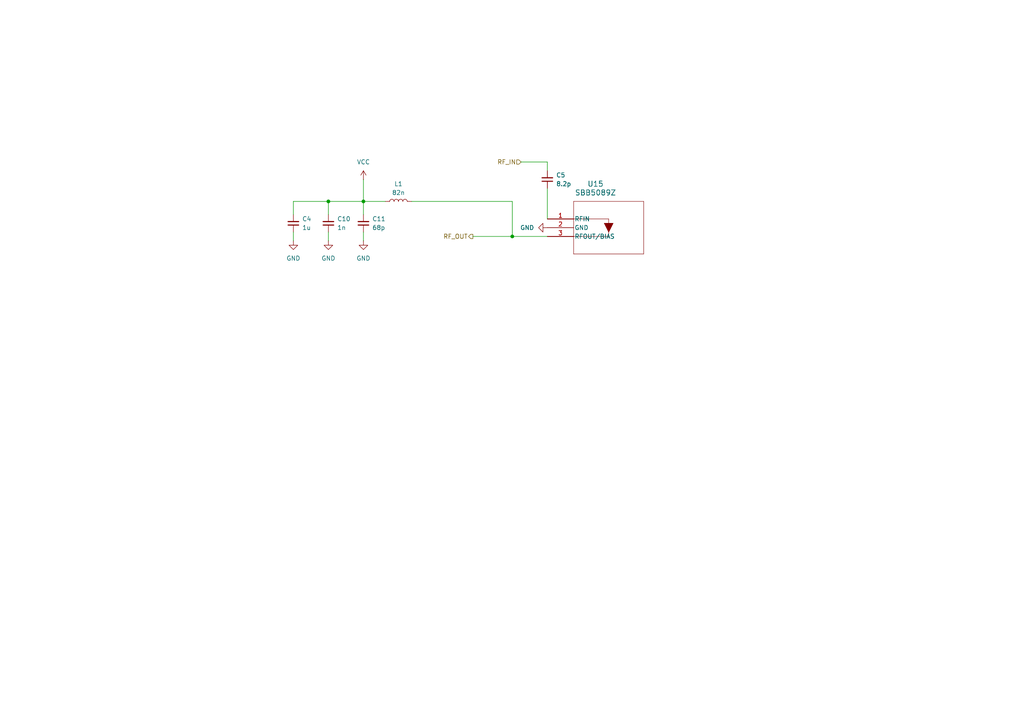
<source format=kicad_sch>
(kicad_sch (version 20250114) (generator "eeschema") (generator_version "9.0")
  (paper "A4")
  (lib_symbols
    (symbol "Device:C_Small" (pin_numbers (hide yes)) (pin_names (offset 0.254) (hide yes))
      (property "Reference" "C" (at 0.254 1.778 0))
      (property "Value" "C_Small" (at 0.254 -2.032 0))
      (symbol "C_Small_0_1"
        (polyline (pts (xy -1.524 0.508) (xy 1.524 0.508)) (stroke (width 0.3048)))
        (polyline (pts (xy -1.524 -0.508) (xy 1.524 -0.508)) (stroke (width 0.3302)))
      )
      (symbol "C_Small_1_1"
        (pin passive line (at 0 2.54 270) (length 2.032) (name "~") (number "1"))
        (pin passive line (at 0 -2.54 90) (length 2.032) (name "~") (number "2"))
      )
    )
    (symbol "Device:L" (pin_numbers (hide yes)) (pin_names (offset 1.016) (hide yes))
      (property "Reference" "L" (at -1.27 0 90))
      (property "Value" "L" (at 1.905 0 90))
      (symbol "L_0_1"
        (arc (start 0 2.54) (mid 0.6323 1.905) (end 0 1.27))
        (arc (start 0 1.27) (mid 0.6323 0.635) (end 0 0))
        (arc (start 0 0) (mid 0.6323 -0.635) (end 0 -1.27))
        (arc (start 0 -1.27) (mid 0.6323 -1.905) (end 0 -2.54))
      )
      (symbol "L_1_1"
        (pin passive line (at 0 3.81 270) (length 1.27) (name "1") (number "1"))
        (pin passive line (at 0 -3.81 90) (length 1.27) (name "2") (number "2"))
      )
    )
    (symbol "customSym:SBB5089Z" (pin_names (offset 0.254))
      (property "Reference" "U" (at 17.78 10.16 0))
      (property "Value" "SBB5089Z" (at 17.78 7.62 0))
      (symbol "SBB5089Z_0_1"
        (polyline (pts (xy 0 0) (xy 17.78 0)) (stroke (width 0.127)))
        (polyline (pts (xy 7.62 5.08) (xy 7.62 -10.16)) (stroke (width 0.127)))
        (polyline (pts (xy 7.62 -10.16) (xy 27.94 -10.16)) (stroke (width 0.127)))
        (polyline (pts (xy 16.51 -1.27) (xy 19.05 -1.27)) (stroke (width 0.127)))
        (polyline (pts (xy 16.51 -1.27) (xy 19.05 -1.27) (xy 17.78 -3.81)) (fill (type outline)))
        (polyline (pts (xy 17.78 0) (xy 17.78 -5.08)) (stroke (width 0.127)))
        (polyline (pts (xy 17.78 -3.81) (xy 16.51 -1.27)) (stroke (width 0.127)))
        (polyline (pts (xy 17.78 -5.08) (xy 0 -5.08)) (stroke (width 0.127)))
        (polyline (pts (xy 19.05 -1.27) (xy 17.78 -3.81)) (stroke (width 0.127)))
        (polyline (pts (xy 27.94 5.08) (xy 7.62 5.08)) (stroke (width 0.127)))
        (polyline (pts (xy 27.94 -10.16) (xy 27.94 5.08)) (stroke (width 0.127)))
        (pin input line (at 0 0 0) (length 7.62) (name "RFIN") (number "1"))
        (pin power_out line (at 0 -2.54 0) (length 7.62) (name "GND") (number "2"))
        (pin power_in line (at 0 -5.08 0) (length 7.62) (name "RFOUT/BIAS") (number "3"))
      )
    )
    (symbol "power:GND" (power) (pin_numbers (hide yes)) (pin_names (offset 0) (hide yes))
      (property "Value" "GND" (at 0 -3.81 0))
      (symbol "GND_0_1"
        (polyline (pts (xy 0 0) (xy 0 -1.27) (xy 1.27 -1.27) (xy 0 -2.54) (xy -1.27 -1.27) (xy 0 -1.27)))
      )
      (symbol "GND_1_1"
        (pin power_in line (at 0 0 270) (length 0) (name "~") (number "1"))
      )
    )
    (symbol "power:VDD" (power) (pin_numbers (hide yes)) (pin_names (offset 0) (hide yes))
      (property "Value" "VDD" (at 0 3.556 0))
      (symbol "VDD_0_1"
        (polyline (pts (xy -0.762 1.27) (xy 0 2.54)))
        (polyline (pts (xy 0 2.54) (xy 0.762 1.27)))
        (polyline (pts (xy 0 0) (xy 0 2.54)))
      )
      (symbol "VDD_1_1"
        (pin power_in line (at 0 0 90) (length 0) (name "~") (number "1"))
      )
    )
  )
  (junction (at 148.59 68.58))
  (junction (at 95.25 58.42))
  (junction (at 105.41 58.42))
  (wire (pts (xy 105.41 58.42) (xy 111.76 58.42)))
  (wire (pts (xy 158.75 54.61) (xy 158.75 63.5)))
  (wire (pts (xy 158.75 46.99) (xy 158.75 49.53)))
  (wire (pts (xy 95.25 67.31) (xy 95.25 69.85)))
  (wire (pts (xy 105.41 67.31) (xy 105.41 69.85)))
  (wire (pts (xy 148.59 68.58) (xy 158.75 68.58)))
  (wire (pts (xy 105.41 58.42) (xy 95.25 58.42)))
  (wire (pts (xy 105.41 58.42) (xy 105.41 62.23)))
  (wire (pts (xy 151.13 46.99) (xy 158.75 46.99)))
  (wire (pts (xy 95.25 58.42) (xy 95.25 62.23)))
  (wire (pts (xy 137.16 68.58) (xy 148.59 68.58)))
  (wire (pts (xy 105.41 52.07) (xy 105.41 58.42)))
  (wire (pts (xy 119.38 58.42) (xy 148.59 58.42)))
  (wire (pts (xy 95.25 58.42) (xy 85.09 58.42)))
  (wire (pts (xy 85.09 58.42) (xy 85.09 62.23)))
  (wire (pts (xy 148.59 58.42) (xy 148.59 68.58)))
  (wire (pts (xy 85.09 67.31) (xy 85.09 69.85)))
  (hierarchical_label "RF_OUT" (shape output) (at 137.16 68.58 180))
  (hierarchical_label "RF_IN" (shape input) (at 151.13 46.99 180))
  (symbol (lib_id "Device:C_Small") (at 158.75 52.07 180) (unit 1)
    (property "Reference" "C5" (at 161.29 50.7935 0) (effects (justify right)))
    (property "Value" "8.2p" (at 161.29 53.3335 0) (effects (justify right)))
    (property "Footprint" "Capacitor_SMD:C_0201_0603Metric_Pad0.64x0.40mm_HandSolder" (effects (hide yes)))
    (property "Description" "Unpolarized capacitor, small symbol" (effects (hide yes)))
    (instances (project "switchedPhaseShift" (path "" (reference "C5") (unit 1)) (path "" (reference "C9") (unit 1))))
  )
  (symbol (lib_id "power:VDD") (at 105.41 52.07 0) (mirror y) (unit 1)
    (property "Reference" "#PWR041" (effects (hide yes)))
    (property "Value" "VCC" (at 105.41 46.99 0))
    (property "Description" "Power symbol creates a global label with name \"VDD\"" (effects (hide yes)))
    (instances (project "switchedPhaseShift" (path "" (reference "#PWR041") (unit 1)) (path "" (reference "#PWR010") (unit 1))))
  )
  (symbol (lib_id "customSym:SBB5089Z") (at 158.75 63.5 0) (unit 1)
    (property "Reference" "U15" (at 172.72 53.34 0) (effects (font (size 1.524 1.524))))
    (property "Value" "SBB5089Z" (at 172.72 55.88 0) (effects (font (size 1.524 1.524))))
    (property "Footprint" "customFootprints:SOT_SBB5089Z_QOR" (effects (hide yes)))
    (property "Datasheet" "SBB5089Z" (effects (hide yes)))
    (instances (project "switchedPhaseShift" (path "" (reference "U15") (unit 1)) (path "" (reference "U3") (unit 1))))
  )
  (symbol (lib_id "Device:C_Small") (at 95.25 64.77 180) (unit 1)
    (property "Reference" "C10" (at 97.79 63.4935 0) (effects (justify right)))
    (property "Value" "1n" (at 97.79 66.0335 0) (effects (justify right)))
    (property "Footprint" "Capacitor_SMD:C_0603_1608Metric_Pad1.08x0.95mm_HandSolder" (effects (hide yes)))
    (property "Description" "Unpolarized capacitor, small symbol" (effects (hide yes)))
    (instances (project "switchedPhaseShift" (path "" (reference "C10") (unit 1)) (path "" (reference "C7") (unit 1))))
  )
  (symbol (lib_id "Device:C_Small") (at 85.09 64.77 180) (unit 1)
    (property "Reference" "C4" (at 87.63 63.4935 0) (effects (justify right)))
    (property "Value" "1u" (at 87.63 66.0335 0) (effects (justify right)))
    (property "Footprint" "Capacitor_SMD:C_0603_1608Metric_Pad1.08x0.95mm_HandSolder" (effects (hide yes)))
    (property "Description" "Unpolarized capacitor, small symbol" (effects (hide yes)))
    (instances (project "switchedPhaseShift" (path "" (reference "C4") (unit 1)) (path "" (reference "C1") (unit 1))))
  )
  (symbol (lib_id "power:GND") (at 158.75 66.04 270) (unit 1)
    (property "Reference" "#PWR045" (effects (hide yes)))
    (property "Value" "GND" (at 154.94 66.0399 90) (effects (justify right)))
    (property "Description" "Power symbol creates a global label with name \"GND\" , ground" (effects (hide yes)))
    (instances (project "switchedPhaseShift" (path "" (reference "#PWR045") (unit 1)) (path "" (reference "#PWR012") (unit 1))))
  )
  (symbol (lib_id "power:GND") (at 105.41 69.85 0) (mirror y) (unit 1)
    (property "Reference" "#PWR042" (effects (hide yes)))
    (property "Value" "GND" (at 105.41 74.93 0))
    (property "Description" "Power symbol creates a global label with name \"GND\" , ground" (effects (hide yes)))
    (instances (project "switchedPhaseShift" (path "" (reference "#PWR042") (unit 1)) (path "" (reference "#PWR011") (unit 1))))
  )
  (symbol (lib_id "power:GND") (at 95.25 69.85 0) (mirror y) (unit 1)
    (property "Reference" "#PWR039" (effects (hide yes)))
    (property "Value" "GND" (at 95.25 74.93 0))
    (property "Description" "Power symbol creates a global label with name \"GND\" , ground" (effects (hide yes)))
    (instances (project "switchedPhaseShift" (path "" (reference "#PWR039") (unit 1)) (path "" (reference "#PWR09") (unit 1))))
  )
  (symbol (lib_id "power:GND") (at 85.09 69.85 0) (mirror y) (unit 1)
    (property "Reference" "#PWR037" (effects (hide yes)))
    (property "Value" "GND" (at 85.09 74.93 0))
    (property "Description" "Power symbol creates a global label with name \"GND\" , ground" (effects (hide yes)))
    (instances (project "switchedPhaseShift" (path "" (reference "#PWR037") (unit 1)) (path "" (reference "#PWR08") (unit 1))))
  )
  (symbol (lib_id "Device:C_Small") (at 105.41 64.77 180) (unit 1)
    (property "Reference" "C11" (at 107.95 63.4935 0) (effects (justify right)))
    (property "Value" "68p" (at 107.95 66.0335 0) (effects (justify right)))
    (property "Footprint" "Capacitor_SMD:C_0201_0603Metric_Pad0.64x0.40mm_HandSolder" (effects (hide yes)))
    (property "Description" "Unpolarized capacitor, small symbol" (effects (hide yes)))
    (instances (project "switchedPhaseShift" (path "" (reference "C11") (unit 1)) (path "" (reference "C8") (unit 1))))
  )
  (symbol (lib_id "Device:L") (at 115.57 58.42 90) (unit 1)
    (property "Reference" "L1" (at 115.57 53.34 90))
    (property "Value" "82n" (at 115.57 55.88 90))
    (property "Footprint" "Inductor_SMD:L_0402_1005Metric_Pad0.77x0.64mm_HandSolder" (effects (hide yes)))
    (property "Description" "Inductor" (effects (hide yes)))
    (instances (project "switchedPhaseShift" (path "" (reference "L1") (unit 1)) (path "" (reference "L2") (unit 1))))
  )
)
</source>
